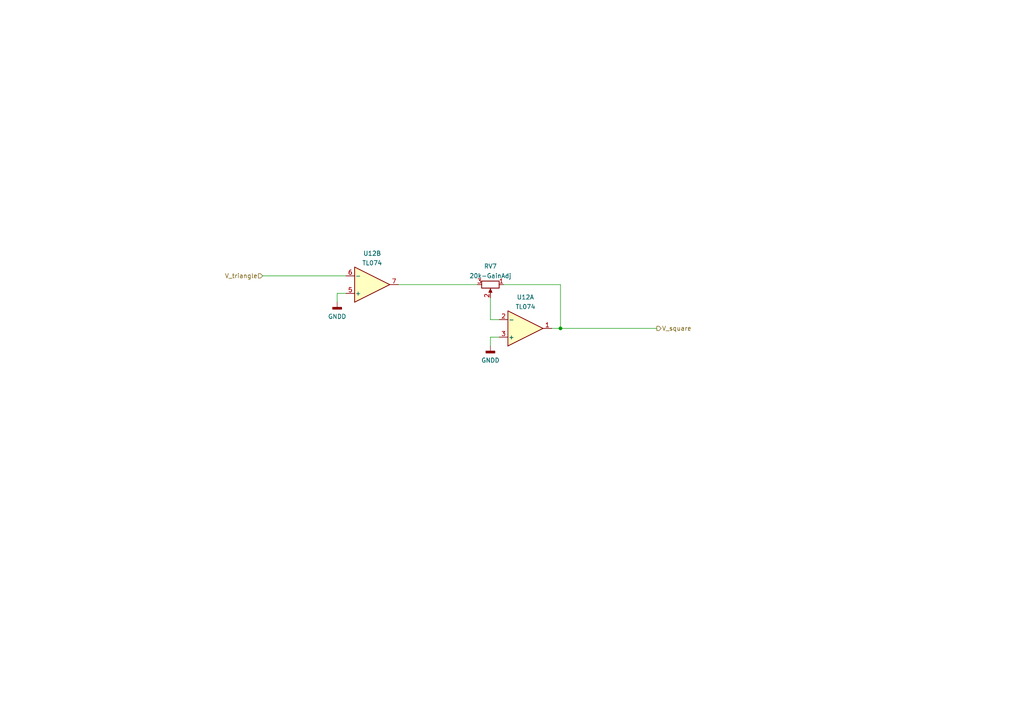
<source format=kicad_sch>
(kicad_sch (version 20211123) (generator eeschema)
  (paper "A4")
  (lib_symbols
    (symbol "Amplifier_Operational:TL074" (pin_names (offset 0.127))
      (property "Reference" "U" (at 0 5.08 0))
      (property "Value" "TL074" (at 0 -5.08 0))
      (symbol "TL074_1_1"
        (polyline (pts (xy -5.08 5.08) (xy 5.08 0) (xy -5.08 -5.08) (xy -5.08 5.08)) (stroke (width 0.254)) (fill (type background)))
        (pin output line (at 7.62 0 180) (length 2.54) (name "~") (number "1"))
        (pin input line (at -7.62 -2.54 0) (length 2.54) (name "-") (number "2"))
        (pin input line (at -7.62 2.54 0) (length 2.54) (name "+") (number "3"))
      )
      (symbol "TL074_2_1"
        (polyline (pts (xy -5.08 5.08) (xy 5.08 0) (xy -5.08 -5.08) (xy -5.08 5.08)) (stroke (width 0.254)) (fill (type background)))
        (pin input line (at -7.62 2.54 0) (length 2.54) (name "+") (number "5"))
        (pin input line (at -7.62 -2.54 0) (length 2.54) (name "-") (number "6"))
        (pin output line (at 7.62 0 180) (length 2.54) (name "~") (number "7"))
      )
      (symbol "TL074_3_1"
        (polyline (pts (xy -5.08 5.08) (xy 5.08 0) (xy -5.08 -5.08) (xy -5.08 5.08)) (stroke (width 0.254)) (fill (type background)))
        (pin input line (at -7.62 2.54 0) (length 2.54) (name "+") (number "10"))
        (pin output line (at 7.62 0 180) (length 2.54) (name "~") (number "8"))
        (pin input line (at -7.62 -2.54 0) (length 2.54) (name "-") (number "9"))
      )
      (symbol "TL074_4_1"
        (polyline (pts (xy -5.08 5.08) (xy 5.08 0) (xy -5.08 -5.08) (xy -5.08 5.08)) (stroke (width 0.254)) (fill (type background)))
        (pin input line (at -7.62 2.54 0) (length 2.54) (name "+") (number "12"))
        (pin input line (at -7.62 -2.54 0) (length 2.54) (name "-") (number "13"))
        (pin output line (at 7.62 0 180) (length 2.54) (name "~") (number "14"))
      )
      (symbol "TL074_5_1"
        (pin power_in line (at -2.54 -7.62 90) (length 3.81) (name "V-") (number "11"))
        (pin power_in line (at -2.54 7.62 270) (length 3.81) (name "V+") (number "4"))
      )
    )
    (symbol "Device:R_Potentiometer" (pin_names (offset 1.016) hide)
      (property "Reference" "RV" (at -4.445 0 90))
      (property "Value" "R_Potentiometer" (at -2.54 0 90))
      (symbol "R_Potentiometer_0_1"
        (polyline (pts (xy 2.54 0) (xy 1.524 0)))
        (polyline (pts (xy 1.143 0) (xy 2.286 0.508) (xy 2.286 -0.508) (xy 1.143 0)) (fill (type outline)))
        (rectangle (start 1.016 2.54) (end -1.016 -2.54) (stroke (width 0.254)))
      )
      (symbol "R_Potentiometer_1_1"
        (pin passive line (at 0 3.81 270) (length 1.27) (name "1") (number "1"))
        (pin passive line (at 3.81 0 180) (length 1.27) (name "2") (number "2"))
        (pin passive line (at 0 -3.81 90) (length 1.27) (name "3") (number "3"))
      )
    )
    (symbol "power:GNDD" (power) (pin_names (offset 0))
      (property "Value" "GNDD" (at 0 -3.175 0))
      (symbol "GNDD_0_1"
        (rectangle (start -1.27 -1.524) (end 1.27 -2.032) (stroke (width 0.254)) (fill (type outline)))
        (polyline (pts (xy 0 0) (xy 0 -1.524)))
      )
      (symbol "GNDD_1_1"
        (pin power_in line (at 0 0 270) (length 0) hide (name "GNDD") (number "1"))
      )
    )
  )
  (junction (at 162.56 95.25))
  (wire (pts (xy 162.56 82.55) (xy 162.56 95.25)))
  (wire (pts (xy 97.79 85.09) (xy 97.79 87.63)))
  (wire (pts (xy 162.56 95.25) (xy 190.5 95.25)))
  (wire (pts (xy 100.33 85.09) (xy 97.79 85.09)))
  (wire (pts (xy 142.24 92.71) (xy 142.24 86.36)))
  (wire (pts (xy 144.78 92.71) (xy 142.24 92.71)))
  (wire (pts (xy 76.2 80.01) (xy 100.33 80.01)))
  (wire (pts (xy 146.05 82.55) (xy 162.56 82.55)))
  (wire (pts (xy 115.57 82.55) (xy 138.43 82.55)))
  (wire (pts (xy 162.56 95.25) (xy 160.02 95.25)))
  (wire (pts (xy 142.24 97.79) (xy 142.24 100.33)))
  (wire (pts (xy 144.78 97.79) (xy 142.24 97.79)))
  (hierarchical_label "V_square" (shape output) (at 190.5 95.25 0))
  (hierarchical_label "V_triangle" (shape input) (at 76.2 80.01 180))
  (symbol (lib_id "Amplifier_Operational:TL074") (at 152.4 95.25 0) (mirror x) (unit 1)
    (property "Reference" "U12" (at 152.4 86.2035 0))
    (property "Value" "TL074" (at 152.4 88.9786 0))
    (property "Footprint" "Package_DIP:DIP-14_W7.62mm_Socket" (effects hide))
    (property "Datasheet" "http://www.ti.com/lit/ds/symlink/tl071.pdf" (effects hide))
  )
  (symbol (lib_id "power:GNDD") (at 97.79 87.63 0) (unit 1)
    (property "Reference" "#PWR065" (effects hide))
    (property "Value" "GNDD" (at 97.79 91.8115 0))
  )
  (symbol (lib_id "Amplifier_Operational:TL074") (at 107.95 82.55 0) (mirror x) (unit 2)
    (property "Reference" "U12" (at 107.95 73.5035 0))
    (property "Value" "TL074" (at 107.95 76.2786 0))
    (property "Footprint" "Package_DIP:DIP-14_W7.62mm_Socket" (effects hide))
    (property "Datasheet" "http://www.ti.com/lit/ds/symlink/tl071.pdf" (effects hide))
  )
  (symbol (lib_id "power:GNDD") (at 142.24 100.33 0) (unit 1)
    (property "Reference" "#PWR066" (effects hide))
    (property "Value" "GNDD" (at 142.24 104.5115 0))
  )
  (symbol (lib_id "Device:R_Potentiometer") (at 142.24 82.55 270) (unit 1)
    (property "Reference" "RV7" (at 142.24 77.2349 90))
    (property "Value" "20k-GainAdj" (at 142.24 80.01 90))
    (property "Footprint" "Potentiometer_THT:Potentiometer_Bourns_3296W_Vertical" (effects hide))
  )
)
</source>
